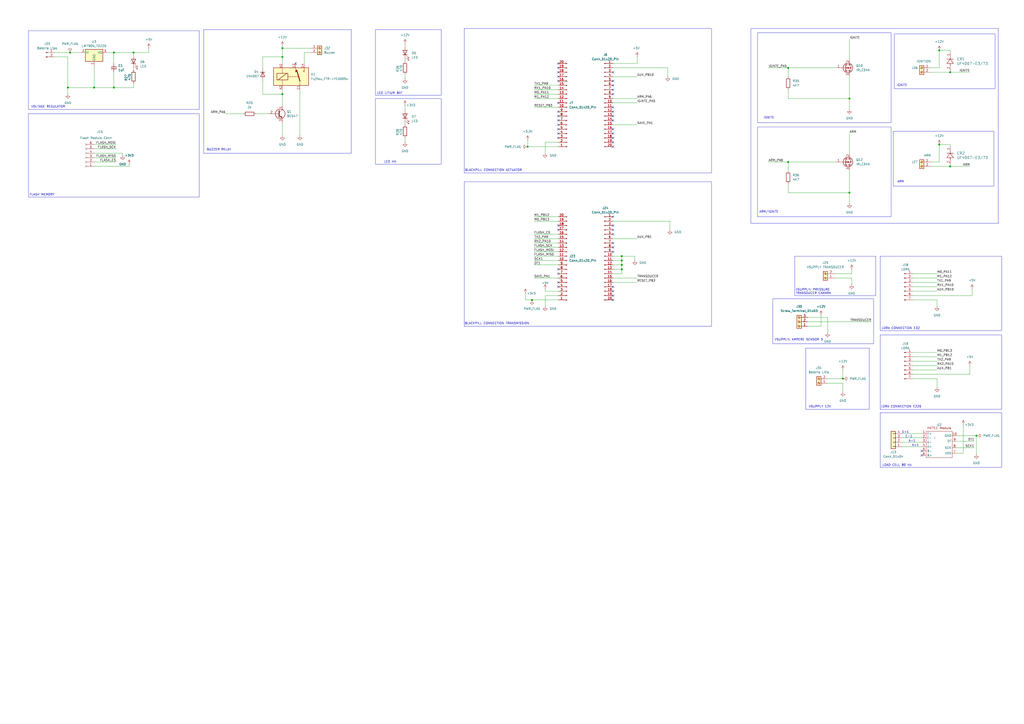
<source format=kicad_sch>
(kicad_sch (version 20250114) (generator "eeschema") (generator_version "9.0")
  (paper "A2")
  (lib_symbols
    (symbol "+5V_1" (power) (pin_numbers (hide yes)) (pin_names (offset 0) (hide yes))
      (property "Value" "+5V" (at 0 3.556 0))
      (symbol "+5V_1_1_1"
        (pin power_in line (at 0 0 90) (length 0) (name "~") (number "1"))
      )
    )
    (symbol "Connector:Conn_01x02_Pin" (pin_names (offset 1.016) (hide yes))
      (property "Reference" "J" (at 0 2.54 0))
      (property "Value" "Conn_01x02_Pin" (at 0 -5.08 0))
      (symbol "Conn_01x02_Pin_1_1"
        (pin passive line (at 5.08 0 180) (length 3.81) (name "Pin_1") (number "1"))
        (pin passive line (at 5.08 -2.54 180) (length 3.81) (name "Pin_2") (number "2"))
      )
    )
    (symbol "Connector:Conn_01x06_Socket" (pin_names (offset 1.016) (hide yes))
      (property "Reference" "J" (at 0 7.62 0))
      (property "Value" "Conn_01x06_Socket" (at 0 -10.16 0))
      (symbol "Conn_01x06_Socket_1_1"
        (pin passive line (at -5.08 5.08 0) (length 3.81) (name "Pin_1") (number "1"))
        (pin passive line (at -5.08 2.54 0) (length 3.81) (name "Pin_2") (number "2"))
        (pin passive line (at -5.08 0 0) (length 3.81) (name "Pin_3") (number "3"))
        (pin passive line (at -5.08 -2.54 0) (length 3.81) (name "Pin_4") (number "4"))
        (pin passive line (at -5.08 -5.08 0) (length 3.81) (name "Pin_5") (number "5"))
        (pin passive line (at -5.08 -7.62 0) (length 3.81) (name "Pin_6") (number "6"))
      )
    )
    (symbol "Connector:Conn_01x07_Pin" (pin_names (offset 1.016) (hide yes))
      (property "Reference" "J" (at 0 10.16 0))
      (property "Value" "Conn_01x07_Pin" (at 0 -10.16 0))
      (symbol "Conn_01x07_Pin_1_1"
        (pin passive line (at 5.08 7.62 180) (length 3.81) (name "Pin_1") (number "1"))
        (pin passive line (at 5.08 5.08 180) (length 3.81) (name "Pin_2") (number "2"))
        (pin passive line (at 5.08 2.54 180) (length 3.81) (name "Pin_3") (number "3"))
        (pin passive line (at 5.08 0 180) (length 3.81) (name "Pin_4") (number "4"))
        (pin passive line (at 5.08 -2.54 180) (length 3.81) (name "Pin_5") (number "5"))
        (pin passive line (at 5.08 -5.08 180) (length 3.81) (name "Pin_6") (number "6"))
        (pin passive line (at 5.08 -7.62 180) (length 3.81) (name "Pin_7") (number "7"))
      )
    )
    (symbol "Connector:Conn_01x20_Pin" (pin_names (offset 1.016) (hide yes))
      (property "Reference" "J" (at 0 25.4 0))
      (property "Value" "Conn_01x20_Pin" (at 0 -27.94 0))
      (symbol "Conn_01x20_Pin_1_1"
        (pin passive line (at 5.08 22.86 180) (length 3.81) (name "Pin_1") (number "1"))
        (pin passive line (at 5.08 20.32 180) (length 3.81) (name "Pin_2") (number "2"))
        (pin passive line (at 5.08 17.78 180) (length 3.81) (name "Pin_3") (number "3"))
        (pin passive line (at 5.08 15.24 180) (length 3.81) (name "Pin_4") (number "4"))
        (pin passive line (at 5.08 12.7 180) (length 3.81) (name "Pin_5") (number "5"))
        (pin passive line (at 5.08 10.16 180) (length 3.81) (name "Pin_6") (number "6"))
        (pin passive line (at 5.08 7.62 180) (length 3.81) (name "Pin_7") (number "7"))
        (pin passive line (at 5.08 5.08 180) (length 3.81) (name "Pin_8") (number "8"))
        (pin passive line (at 5.08 2.54 180) (length 3.81) (name "Pin_9") (number "9"))
        (pin passive line (at 5.08 0 180) (length 3.81) (name "Pin_10") (number "10"))
        (pin passive line (at 5.08 -2.54 180) (length 3.81) (name "Pin_11") (number "11"))
        (pin passive line (at 5.08 -5.08 180) (length 3.81) (name "Pin_12") (number "12"))
        (pin passive line (at 5.08 -7.62 180) (length 3.81) (name "Pin_13") (number "13"))
        (pin passive line (at 5.08 -10.16 180) (length 3.81) (name "Pin_14") (number "14"))
        (pin passive line (at 5.08 -12.7 180) (length 3.81) (name "Pin_15") (number "15"))
        (pin passive line (at 5.08 -15.24 180) (length 3.81) (name "Pin_16") (number "16"))
        (pin passive line (at 5.08 -17.78 180) (length 3.81) (name "Pin_17") (number "17"))
        (pin passive line (at 5.08 -20.32 180) (length 3.81) (name "Pin_18") (number "18"))
        (pin passive line (at 5.08 -22.86 180) (length 3.81) (name "Pin_19") (number "19"))
        (pin passive line (at 5.08 -25.4 180) (length 3.81) (name "Pin_20") (number "20"))
      )
    )
    (symbol "Connector:Screw_Terminal_01x02" (pin_names (offset 1.016) (hide yes))
      (property "Reference" "J" (at 0 2.54 0))
      (property "Value" "Screw_Terminal_01x02" (at 0 -5.08 0))
      (symbol "Screw_Terminal_01x02_1_1"
        (pin passive line (at -5.08 0 0) (length 3.81) (name "Pin_1") (number "1"))
        (pin passive line (at -5.08 -2.54 0) (length 3.81) (name "Pin_2") (number "2"))
      )
    )
    (symbol "Connector:Screw_Terminal_01x03" (pin_names (offset 1.016) (hide yes))
      (property "Reference" "J" (at 0 5.08 0))
      (property "Value" "Screw_Terminal_01x03" (at 0 -5.08 0))
      (symbol "Screw_Terminal_01x03_1_1"
        (pin passive line (at -5.08 2.54 0) (length 3.81) (name "Pin_1") (number "1"))
        (pin passive line (at -5.08 0 0) (length 3.81) (name "Pin_2") (number "2"))
        (pin passive line (at -5.08 -2.54 0) (length 3.81) (name "Pin_3") (number "3"))
      )
    )
    (symbol "Connector_Generic:Conn_01x04" (pin_names (offset 1.016) (hide yes))
      (property "Reference" "J" (at 0 5.08 0))
      (property "Value" "Conn_01x04" (at 0 -7.62 0))
      (symbol "Conn_01x04_1_1"
        (pin passive line (at -5.08 2.54 0) (length 3.81) (name "Pin_1") (number "1"))
        (pin passive line (at -5.08 0 0) (length 3.81) (name "Pin_2") (number "2"))
        (pin passive line (at -5.08 -2.54 0) (length 3.81) (name "Pin_3") (number "3"))
        (pin passive line (at -5.08 -5.08 0) (length 3.81) (name "Pin_4") (number "4"))
      )
    )
    (symbol "Device:C_Small" (pin_numbers (hide yes)) (pin_names (offset 0.254) (hide yes))
      (property "Reference" "C" (at 0.254 1.778 0))
      (property "Value" "C_Small" (at 0.254 -2.032 0))
      (symbol "C_Small_1_1"
        (pin passive line (at 0 2.54 270) (length 2.032) (name "~") (number "1"))
        (pin passive line (at 0 -2.54 90) (length 2.032) (name "~") (number "2"))
      )
    )
    (symbol "Device:LED" (pin_numbers (hide yes)) (pin_names (offset 1.016) (hide yes))
      (property "Reference" "D" (at 0 2.54 0))
      (property "Value" "LED" (at 0 -2.54 0))
      (symbol "LED_1_1"
        (pin passive line (at -3.81 0 0) (length 2.54) (name "K") (number "1"))
        (pin passive line (at 3.81 0 180) (length 2.54) (name "A") (number "2"))
      )
    )
    (symbol "Device:R" (pin_numbers (hide yes)) (pin_names (offset 0))
      (property "Reference" "R" (at 2.032 0 90))
      (property "Value" "R" (at 0 0 90))
      (symbol "R_1_1"
        (pin passive line (at 0 3.81 270) (length 1.27) (name "~") (number "1"))
        (pin passive line (at 0 -3.81 90) (length 1.27) (name "~") (number "2"))
      )
    )
    (symbol "Diode UF4007:UF4007-E3_73" (pin_names (offset 0.254))
      (property "Reference" "CR" (at 5.08 4.445 0))
      (property "Value" "UF4007-E3/73" (at 5.08 -3.81 0))
      (symbol "UF4007-E3_73_1_1"
        (pin unspecified line (at 0 0 0) (length 2.54) (name "") (number "2"))
        (pin unspecified line (at 10.16 0 180) (length 2.54) (name "") (number "1"))
      )
      (symbol "UF4007-E3_73_1_2"
        (pin unspecified line (at 0 10.16 270) (length 2.54) (name "") (number "1"))
        (pin unspecified line (at 0 0 90) (length 2.54) (name "") (number "2"))
      )
    )
    (symbol "Diode:1N4007" (pin_numbers (hide yes)) (pin_names (hide yes))
      (property "Reference" "D" (at 0 2.54 0))
      (property "Value" "1N4007" (at 0 -2.54 0))
      (symbol "1N4007_1_1"
        (pin passive line (at -3.81 0 0) (length 2.54) (name "K") (number "1"))
        (pin passive line (at 3.81 0 180) (length 2.54) (name "A") (number "2"))
      )
    )
    (symbol "Library:HX711"
      (property "Reference" "U" (at 0 0 0))
      (symbol "HX711_1_1"
        (text "HX711 Module\n" (at 0 5.715 0) (effects (font (size 1.27 1.27))))
        (pin input line (at -10.16 2.54 0) (length 2.54) (name "E+") (number "1"))
        (pin input line (at -10.16 0 0) (length 2.54) (name "E-") (number "2"))
        (pin input line (at -10.16 -2.54 0) (length 2.54) (name "A-") (number "3"))
        (pin input line (at -10.16 -5.08 0) (length 2.54) (name "A+") (number "4"))
        (pin input line (at -10.16 -7.62 0) (length 2.54) (name "B-") (number "5"))
        (pin input line (at -10.16 -10.16 0) (length 2.54) (name "B+") (number "6"))
        (pin input line (at 10.16 1.27 180) (length 2.54) (name "GND") (number "10"))
        (pin input line (at 10.16 -1.905 180) (length 2.54) (name "DT") (number "9"))
        (pin input line (at 10.16 -5.715 180) (length 2.54) (name "SCK") (number "8"))
        (pin input line (at 10.16 -8.89 180) (length 2.54) (name "VDD") (number "7"))
      )
    )
    (symbol "Regulator_Linear:LM7905_TO220" (pin_names (offset 0.254))
      (property "Reference" "U" (at -3.81 -3.175 0))
      (property "Value" "LM7905_TO220" (at 0 -3.175 0))
      (symbol "LM7905_TO220_1_1"
        (pin power_in line (at -7.62 0 0) (length 2.54) (name "VI") (number "2"))
        (pin power_in line (at 0 7.62 270) (length 2.54) (name "GND") (number "1"))
        (pin power_out line (at 7.62 0 180) (length 2.54) (name "VO") (number "3"))
      )
    )
    (symbol "Relay:Fujitsu_FTR-LYCA005x"
      (property "Reference" "K" (at 11.43 3.81 0))
      (property "Value" "Fujitsu_FTR-LYCA005x" (at 11.43 1.27 0))
      (symbol "Fujitsu_FTR-LYCA005x_1_1"
        (pin passive line (at -5.08 7.62 270) (length 2.54) (name "~") (number "A1"))
        (pin passive line (at -5.08 -7.62 90) (length 2.54) (name "~") (number "A2"))
        (pin passive line (at 2.54 7.62 270) (length 2.54) (name "~") (number "12"))
        (pin passive line (at 5.08 -7.62 90) (length 2.54) (name "~") (number "11"))
        (pin passive line (at 7.62 7.62 270) (length 2.54) (name "~") (number "14"))
      )
    )
    (symbol "Transistor_BJT:BC547" (pin_names (offset 0) (hide yes))
      (property "Reference" "Q" (at 5.08 1.905 0))
      (property "Value" "BC547" (at 5.08 0 0))
      (symbol "BC547_1_1"
        (pin input line (at -5.08 0 0) (length 2.54) (name "B") (number "2"))
        (pin passive line (at 2.54 5.08 270) (length 2.54) (name "C") (number "1"))
        (pin passive line (at 2.54 -5.08 90) (length 2.54) (name "E") (number "3"))
      )
    )
    (symbol "Transistor_FET:IRLZ34N" (pin_names (hide yes))
      (property "Reference" "Q" (at 5.08 1.905 0))
      (property "Value" "IRLZ34N" (at 5.08 0 0))
      (symbol "IRLZ34N_1_1"
        (pin input line (at -5.08 0 0) (length 2.54) (name "G") (number "1"))
        (pin passive line (at 2.54 5.08 270) (length 2.54) (name "D") (number "2"))
        (pin passive line (at 2.54 -5.08 90) (length 2.54) (name "S") (number "3"))
      )
    )
    (symbol "power:+12V" (power) (pin_numbers (hide yes)) (pin_names (offset 0) (hide yes))
      (property "Value" "+12V" (at 0 3.556 0))
      (symbol "+12V_1_1"
        (pin power_in line (at 0 0 90) (length 0) (name "~") (number "1"))
      )
    )
    (symbol "power:+3.3V" (power) (pin_numbers (hide yes)) (pin_names (offset 0) (hide yes))
      (property "Value" "+3.3V" (at 0 3.556 0))
      (symbol "+3.3V_1_1"
        (pin power_in line (at 0 0 90) (length 0) (name "~") (number "1"))
      )
    )
    (symbol "power:+3V3" (power) (pin_numbers (hide yes)) (pin_names (offset 0) (hide yes))
      (property "Value" "+3V3" (at 0 3.556 0))
      (symbol "+3V3_1_1"
        (pin power_in line (at 0 0 90) (length 0) (name "~") (number "1"))
      )
    )
    (symbol "power:GND" (power) (pin_numbers (hide yes)) (pin_names (offset 0) (hide yes))
      (property "Value" "GND" (at 0 -3.81 0))
      (symbol "GND_1_1"
        (pin power_in line (at 0 0 270) (length 0) (name "~") (number "1"))
      )
    )
    (symbol "power:PWR_FLAG" (power) (pin_numbers (hide yes)) (pin_names (offset 0) (hide yes))
      (property "Value" "PWR_FLAG" (at 0 3.81 0))
      (symbol "PWR_FLAG_0_0"
        (pin power_out line (at 0 0 90) (length 0) (name "~") (number "1"))
      )
    )
  )
  (rectangle (start 510.54 148.59) (end 581.025 191.77))
  (rectangle (start 217.805 17.145) (end 255.905 55.245))
  (rectangle (start 518.16 76.2) (end 576.58 107.95))
  (rectangle (start 439.42 73.66) (end 516.89 125.73))
  (rectangle (start 467.36 201.93) (end 504.19 237.49))
  (rectangle (start 16.51 17.78) (end 115.57 63.5))
  (rectangle (start 269.24 105.41) (end 412.75 189.23))
  (rectangle (start 518.795 19.685) (end 577.215 51.435))
  (rectangle (start 510.54 194.31) (end 581.025 237.49))
  (rectangle (start 439.42 19.05) (end 516.89 71.12))
  (rectangle (start 448.31 173.355) (end 506.73 199.39))
  (rectangle (start 461.01 148.59) (end 508 171.45))
  (rectangle (start 510.54 239.395) (end 581.025 271.145))
  (rectangle (start 435.61 16.51) (end 579.12 129.54))
  (rectangle (start 269.24 16.51) (end 412.75 100.33))
  (rectangle (start 16.51 66.04) (end 115.57 114.3))
  (rectangle (start 527.05 78.74) (end 527.05 78.74))
  (rectangle (start 118.11 17.145) (end 203.835 88.9))
  (rectangle (start 527.05 24.13) (end 527.05 24.13))
  (rectangle (start 217.805 57.15) (end 255.905 95.25))
  (text "IGNITE\n" (at 446.024 68.326 0) (effects (font (size 1.27 1.27))))
  (text "LOAD CELL 80 Hz\n" (at 511.81 270.637 0) (effects (font (size 1.27 1.27)) (justify left bottom)))
  (text "IGNITE\n" (at 520.192 50.292 0) (effects (font (size 1.27 1.27)) (justify left bottom)))
  (text "ARM/IGNITE\n" (at 446.024 122.936 0) (effects (font (size 1.27 1.27))))
  (text "VOLTAGE REGULATOR\n\n" (at 27.94 62.992 0) (effects (font (size 1.27 1.27))))
  (text "VSUPPLY: AMPERE SENSOR 3\n\n" (at 449.326 199.898 0) (effects (font (size 1.27 1.27)) (justify left bottom)))
  (text "LED HX" (at 226.314 93.98 0) (effects (font (size 1.27 1.27))))
  (text "LORA CONNECTION E220" (at 522.732 235.966 0) (effects (font (size 1.27 1.27))))
  (text "E+1\n" (at 523.24 251.46 0) (effects (font (size 1.27 1.27)) (justify left bottom)))
  (text "A-1\n" (at 527.05 256.54 0) (effects (font (size 1.27 1.27)) (justify left bottom)))
  (text "LORA CONNECTION E32\n" (at 522.478 190.5 0) (effects (font (size 1.27 1.27))))
  (text "LED LITIUM BAT" (at 226.06 54.102 0) (effects (font (size 1.27 1.27))))
  (text "VSUPPLY 12V" (at 469.138 236.728 0) (effects (font (size 1.27 1.27)) (justify left bottom)))
  (text "BUZZER RELAY" (at 127 86.868 0) (effects (font (size 1.27 1.27))))
  (text "VSUPPLY: PRESSURE \nTRANSDUCER CAMARA" (at 461.518 170.942 0) (effects (font (size 1.27 1.27)) (justify left bottom)))
  (text "E-1" (at 525.145 254 0) (effects (font (size 1.27 1.27)) (justify left bottom)))
  (text "ARM\n" (at 520.446 106.172 0) (effects (font (size 1.27 1.27)) (justify left bottom)))
  (text "FLASH MEMORY" (at 24.384 113.03 0) (effects (font (size 1.27 1.27))))
  (text "BLACKPILL CONNECTION TRANSMISSION\n" (at 288.29 187.706 0) (effects (font (size 1.27 1.27))))
  (text "BLACKPILL CONNECTION ACTUATOR" (at 286.258 98.806 0) (effects (font (size 1.27 1.27))))
  (text "A+1\n" (at 528.955 259.08 0) (effects (font (size 1.27 1.27)) (justify left bottom)))
  (junction (at 66.04 30.48))
  (junction (at 306.07 85.09))
  (junction (at 544.83 29.21))
  (junction (at 360.68 151.13))
  (junction (at 163.83 27.94))
  (junction (at 544.83 83.82))
  (junction (at 492.76 111.76))
  (junction (at 566.42 252.73))
  (junction (at 40.64 30.48))
  (junction (at 360.68 156.21))
  (junction (at 551.18 96.52))
  (junction (at 488.95 219.6512))
  (junction (at 66.04 50.8))
  (junction (at 77.47 30.48))
  (junction (at 457.2 39.37))
  (junction (at 54.61 50.8))
  (junction (at 360.68 153.67))
  (junction (at 39.37 50.8))
  (junction (at 163.83 54.61))
  (junction (at 551.18 41.91))
  (junction (at 457.2 93.98))
  (junction (at 492.76 57.15))
  (junction (at 360.68 148.59))
  (junction (at 308.61 173.99))
  (junction (at 163.83 33.02))
  (no_connect (at 323.85 39.37))
  (no_connect (at 323.85 64.77))
  (no_connect (at 323.85 69.85))
  (no_connect (at 355.6 62.23))
  (no_connect (at 355.6 166.37))
  (no_connect (at 323.85 158.75))
  (no_connect (at 355.6 41.91))
  (no_connect (at 171.45 36.83))
  (no_connect (at 323.85 46.99))
  (no_connect (at 355.6 82.55))
  (no_connect (at 355.6 140.97))
  (no_connect (at 355.6 46.99))
  (no_connect (at 534.67 264.16))
  (no_connect (at 355.6 135.89))
  (no_connect (at 323.85 77.47))
  (no_connect (at 355.6 130.81))
  (no_connect (at 355.6 168.91))
  (no_connect (at 323.85 166.37))
  (no_connect (at 355.6 80.01))
  (no_connect (at 323.85 41.91))
  (no_connect (at 323.85 130.81))
  (no_connect (at 323.85 36.83))
  (no_connect (at 323.85 74.93))
  (no_connect (at 355.6 85.09))
  (no_connect (at 355.6 64.77))
  (no_connect (at 355.6 74.93))
  (no_connect (at 355.6 77.47))
  (no_connect (at 323.85 80.01))
  (no_connect (at 355.6 52.07))
  (no_connect (at 355.6 171.45))
  (no_connect (at 323.85 67.31))
  (no_connect (at 355.6 146.05))
  (no_connect (at 323.85 72.39))
  (no_connect (at 323.85 133.35))
  (no_connect (at 355.6 69.85))
  (no_connect (at 323.85 156.21))
  (no_connect (at 355.6 143.51))
  (no_connect (at 323.85 44.45))
  (no_connect (at 355.6 67.31))
  (no_connect (at 355.6 133.35))
  (no_connect (at 323.85 163.83))
  (no_connect (at 355.6 125.73))
  (no_connect (at 534.67 261.62))
  (no_connect (at 355.6 173.99))
  (no_connect (at 355.6 54.61))
  (no_connect (at 323.85 59.69))
  (no_connect (at 355.6 49.53))
  (wire (pts (xy 163.83 27.94) (xy 180.34 27.94)))
  (wire (pts (xy 554.99 259.715) (xy 565.15 259.715)))
  (wire (pts (xy 77.47 30.48) (xy 77.47 31.75)))
  (wire (pts (xy 492.76 44.45) (xy 492.76 57.15)))
  (wire (pts (xy 180.34 30.48) (xy 176.53 30.48)))
  (wire (pts (xy 551.18 96.52) (xy 562.61 96.52)))
  (wire (pts (xy 468.63 189.23) (xy 476.25 189.23)))
  (wire (pts (xy 40.64 30.48) (xy 46.99 30.48)))
  (wire (pts (xy 54.61 93.98) (xy 67.31 93.98)))
  (wire (pts (xy 554.99 252.73) (xy 566.42 252.73)))
  (wire (pts (xy 309.88 57.15) (xy 323.85 57.15)))
  (wire (pts (xy 468.63 186.69) (xy 505.46 186.69)))
  (wire (pts (xy 163.83 27.94) (xy 163.83 33.02)))
  (wire (pts (xy 306.07 85.09) (xy 323.85 85.09)))
  (wire (pts (xy 163.83 71.12) (xy 163.83 78.74)))
  (wire (pts (xy 551.18 40.64) (xy 551.18 41.91)))
  (wire (pts (xy 480.06 222.25) (xy 488.95 222.25)))
  (wire (pts (xy 77.47 50.8) (xy 77.47 48.26)))
  (wire (pts (xy 77.47 39.37) (xy 77.47 40.64)))
  (wire (pts (xy 355.6 57.15) (xy 369.57 57.15)))
  (wire (pts (xy 551.18 30.48) (xy 551.18 29.21)))
  (wire (pts (xy 529.59 204.47) (xy 543.56 204.47)))
  (wire (pts (xy 369.57 36.83) (xy 369.57 33.02)))
  (wire (pts (xy 494.03 158.75) (xy 494.03 156.21)))
  (wire (pts (xy 31.75 30.48) (xy 40.64 30.48)))
  (wire (pts (xy 494.03 161.29) (xy 483.87 161.29)))
  (wire (pts (xy 388.62 133.35) (xy 388.62 128.27)))
  (wire (pts (xy 355.6 148.59) (xy 360.68 148.59)))
  (wire (pts (xy 492.76 57.15) (xy 492.76 63.5)))
  (wire (pts (xy 130.81 66.04) (xy 140.97 66.04)))
  (wire (pts (xy 234.95 25.4) (xy 234.95 26.67)))
  (wire (pts (xy 558.8 246.38) (xy 558.8 262.89)))
  (wire (pts (xy 457.2 93.98) (xy 457.2 99.06)))
  (wire (pts (xy 163.83 52.07) (xy 163.83 54.61)))
  (wire (pts (xy 492.76 77.47) (xy 492.76 88.9)))
  (wire (pts (xy 309.88 135.89) (xy 323.85 135.89)))
  (wire (pts (xy 554.99 262.89) (xy 558.8 262.89)))
  (wire (pts (xy 234.95 43.18) (xy 234.95 45.72)))
  (wire (pts (xy 309.88 54.61) (xy 323.85 54.61)))
  (wire (pts (xy 355.6 72.39) (xy 369.57 72.39)))
  (wire (pts (xy 457.2 111.76) (xy 492.76 111.76)))
  (wire (pts (xy 529.59 209.55) (xy 543.56 209.55)))
  (wire (pts (xy 316.23 88.9) (xy 316.23 82.55)))
  (wire (pts (xy 163.83 33.02) (xy 163.83 36.83)))
  (wire (pts (xy 523.24 254) (xy 534.67 254)))
  (wire (pts (xy 309.88 161.29) (xy 323.85 161.29)))
  (wire (pts (xy 173.99 52.07) (xy 173.99 78.74)))
  (wire (pts (xy 529.59 212.09) (xy 543.56 212.09)))
  (wire (pts (xy 54.61 38.1) (xy 54.61 50.8)))
  (wire (pts (xy 355.6 158.75) (xy 360.68 158.75)))
  (wire (pts (xy 388.62 128.27) (xy 355.6 128.27)))
  (wire (pts (xy 554.99 255.905) (xy 565.15 255.905)))
  (wire (pts (xy 54.61 91.44) (xy 67.31 91.44)))
  (wire (pts (xy 323.85 168.91) (xy 316.23 168.91)))
  (wire (pts (xy 54.61 83.82) (xy 67.31 83.82)))
  (wire (pts (xy 551.18 83.82) (xy 544.83 83.82)))
  (wire (pts (xy 309.88 143.51) (xy 323.85 143.51)))
  (wire (pts (xy 71.12 88.9) (xy 71.12 90.17)))
  (wire (pts (xy 523.24 251.46) (xy 534.67 251.46)))
  (wire (pts (xy 360.68 158.75) (xy 360.68 156.21)))
  (wire (pts (xy 483.87 158.75) (xy 494.03 158.75)))
  (wire (pts (xy 544.83 83.82) (xy 544.83 93.98)))
  (wire (pts (xy 563.88 167.64) (xy 563.88 171.45)))
  (wire (pts (xy 529.59 158.75) (xy 543.56 158.75)))
  (wire (pts (xy 480.06 193.04) (xy 480.06 184.15)))
  (wire (pts (xy 360.68 148.59) (xy 360.68 151.13)))
  (wire (pts (xy 355.6 138.43) (xy 369.57 138.43)))
  (wire (pts (xy 309.88 151.13) (xy 323.85 151.13)))
  (wire (pts (xy 492.76 22.86) (xy 492.76 34.29)))
  (wire (pts (xy 480.06 184.15) (xy 468.63 184.15)))
  (wire (pts (xy 523.24 259.08) (xy 534.67 259.08)))
  (wire (pts (xy 544.83 29.21) (xy 544.83 39.37)))
  (wire (pts (xy 309.88 62.23) (xy 323.85 62.23)))
  (wire (pts (xy 234.95 80.01) (xy 234.95 82.55)))
  (wire (pts (xy 562.61 212.09) (xy 562.61 217.17)))
  (wire (pts (xy 309.88 153.67) (xy 323.85 153.67)))
  (wire (pts (xy 309.88 52.07) (xy 323.85 52.07)))
  (wire (pts (xy 529.59 207.01) (xy 543.56 207.01)))
  (wire (pts (xy 309.88 146.05) (xy 323.85 146.05)))
  (wire (pts (xy 316.23 168.91) (xy 316.23 167.64)))
  (wire (pts (xy 306.07 81.28) (xy 306.07 85.09)))
  (wire (pts (xy 163.83 54.61) (xy 163.83 60.96)))
  (wire (pts (xy 368.3 151.13) (xy 368.3 148.59)))
  (wire (pts (xy 309.88 138.43) (xy 323.85 138.43)))
  (wire (pts (xy 77.47 30.48) (xy 86.36 30.48)))
  (wire (pts (xy 66.04 30.48) (xy 77.47 30.48)))
  (wire (pts (xy 152.4 46.99) (xy 152.4 54.61)))
  (wire (pts (xy 355.6 161.29) (xy 369.57 161.29)))
  (wire (pts (xy 551.18 95.25) (xy 551.18 96.52)))
  (wire (pts (xy 543.56 173.99) (xy 543.56 177.8)))
  (wire (pts (xy 309.88 125.73) (xy 323.85 125.73)))
  (wire (pts (xy 54.61 96.52) (xy 74.93 96.52)))
  (wire (pts (xy 148.59 66.04) (xy 156.21 66.04)))
  (wire (pts (xy 355.6 44.45) (xy 369.57 44.45)))
  (wire (pts (xy 355.6 156.21) (xy 360.68 156.21)))
  (wire (pts (xy 86.36 27.94) (xy 86.36 30.48)))
  (wire (pts (xy 494.03 165.1) (xy 494.03 161.29)))
  (wire (pts (xy 551.18 41.91) (xy 562.61 41.91)))
  (wire (pts (xy 152.4 54.61) (xy 163.83 54.61)))
  (wire (pts (xy 234.95 60.96) (xy 234.95 63.5)))
  (wire (pts (xy 176.53 30.48) (xy 176.53 36.83)))
  (wire (pts (xy 54.61 50.8) (xy 66.04 50.8)))
  (wire (pts (xy 529.59 219.71) (xy 543.56 219.71)))
  (wire (pts (xy 309.88 140.97) (xy 323.85 140.97)))
  (wire (pts (xy 308.61 173.99) (xy 323.85 173.99)))
  (wire (pts (xy 476.25 182.88) (xy 476.25 189.23)))
  (wire (pts (xy 368.3 148.59) (xy 360.68 148.59)))
  (wire (pts (xy 539.75 96.52) (xy 551.18 96.52)))
  (wire (pts (xy 457.2 106.68) (xy 457.2 111.76)))
  (wire (pts (xy 566.42 252.73) (xy 566.42 263.525)))
  (wire (pts (xy 360.68 153.67) (xy 360.68 156.21)))
  (wire (pts (xy 309.88 49.53) (xy 323.85 49.53)))
  (wire (pts (xy 539.75 39.37) (xy 544.83 39.37)))
  (wire (pts (xy 163.83 26.67) (xy 163.83 27.94)))
  (wire (pts (xy 360.68 151.13) (xy 360.68 153.67)))
  (wire (pts (xy 529.59 161.29) (xy 543.56 161.29)))
  (wire (pts (xy 66.04 50.8) (xy 77.47 50.8)))
  (wire (pts (xy 529.59 217.17) (xy 562.61 217.17)))
  (wire (pts (xy 529.59 171.45) (xy 563.88 171.45)))
  (wire (pts (xy 304.8 173.99) (xy 308.61 173.99)))
  (wire (pts (xy 488.95 222.25) (xy 488.95 227.33)))
  (wire (pts (xy 54.61 86.36) (xy 67.31 86.36)))
  (wire (pts (xy 457.2 57.15) (xy 492.76 57.15)))
  (wire (pts (xy 316.23 82.55) (xy 323.85 82.55)))
  (wire (pts (xy 54.61 88.9) (xy 71.12 88.9)))
  (wire (pts (xy 316.23 177.8) (xy 316.23 171.45)))
  (wire (pts (xy 445.77 93.98) (xy 457.2 93.98)))
  (wire (pts (xy 445.77 39.37) (xy 457.2 39.37)))
  (wire (pts (xy 316.23 171.45) (xy 323.85 171.45)))
  (wire (pts (xy 39.37 33.02) (xy 39.37 50.8)))
  (wire (pts (xy 355.6 59.69) (xy 369.57 59.69)))
  (wire (pts (xy 66.04 30.48) (xy 66.04 36.83)))
  (wire (pts (xy 480.06 219.71) (xy 488.95 219.71)))
  (wire (pts (xy 543.56 219.71) (xy 543.56 224.79)))
  (wire (pts (xy 39.37 50.8) (xy 54.61 50.8)))
  (wire (pts (xy 387.35 44.45) (xy 387.35 39.37)))
  (wire (pts (xy 529.59 168.91) (xy 543.56 168.91)))
  (wire (pts (xy 31.75 33.02) (xy 39.37 33.02)))
  (wire (pts (xy 529.59 173.99) (xy 543.56 173.99)))
  (wire (pts (xy 387.35 39.37) (xy 355.6 39.37)))
  (wire (pts (xy 309.88 128.27) (xy 323.85 128.27)))
  (wire (pts (xy 457.2 39.37) (xy 457.2 44.45)))
  (wire (pts (xy 62.23 30.48) (xy 66.04 30.48)))
  (wire (pts (xy 529.59 214.63) (xy 543.56 214.63)))
  (wire (pts (xy 457.2 93.98) (xy 485.14 93.98)))
  (wire (pts (xy 539.75 93.98) (xy 544.83 93.98)))
  (wire (pts (xy 152.4 33.02) (xy 163.83 33.02)))
  (wire (pts (xy 523.24 256.54) (xy 534.67 256.54)))
  (wire (pts (xy 492.76 111.76) (xy 492.76 118.11)))
  (wire (pts (xy 360.68 151.13) (xy 355.6 151.13)))
  (wire (pts (xy 488.95 219.6512) (xy 488.95 214.63)))
  (wire (pts (xy 355.6 163.83) (xy 369.57 163.83)))
  (wire (pts (xy 457.2 39.37) (xy 485.14 39.37)))
  (wire (pts (xy 152.4 39.37) (xy 152.4 33.02)))
  (wire (pts (xy 234.95 34.29) (xy 234.95 35.56)))
  (wire (pts (xy 234.95 71.12) (xy 234.95 72.39)))
  (wire (pts (xy 539.75 41.91) (xy 551.18 41.91)))
  (wire (pts (xy 304.8 170.18) (xy 304.8 173.99)))
  (wire (pts (xy 529.59 163.83) (xy 543.56 163.83)))
  (wire (pts (xy 355.6 36.83) (xy 369.57 36.83)))
  (wire (pts (xy 66.04 41.91) (xy 66.04 50.8)))
  (wire (pts (xy 529.59 166.37) (xy 543.56 166.37)))
  (wire (pts (xy 74.93 96.52) (xy 74.93 95.25)))
  (wire (pts (xy 355.6 153.67) (xy 360.68 153.67)))
  (wire (pts (xy 551.18 29.21) (xy 544.83 29.21)))
  (wire (pts (xy 492.76 99.06) (xy 492.76 111.76)))
  (wire (pts (xy 39.37 50.8) (xy 39.37 54.61)))
  (wire (pts (xy 551.18 85.09) (xy 551.18 83.82)))
  (wire (pts (xy 309.88 148.59) (xy 323.85 148.59)))
  (wire (pts (xy 457.2 52.07) (xy 457.2 57.15)))
  (wire (pts (xy 488.95 219.71) (xy 488.95 219.6512)))
  (label "FLASH_MISO" (at 309.88 148.59 0))
  (label "RX1_PA10" (at 543.56 166.37 0))
  (label "ARM" (at 562.61 96.52 180))
  (label "AUX_PB1" (at 543.56 214.63 0))
  (label "IGINTE_PA5" (at 369.57 59.69 0))
  (label "SCK1" (at 565.15 259.715 180))
  (label "IGNITE" (at 492.76 22.86 0))
  (label "RX2_PA10" (at 309.88 140.97 0))
  (label "TRANSDUCER" (at 369.57 161.29 0))
  (label "FLASH_MOSI" (at 67.31 83.82 180))
  (label "FLASH_MOSI" (at 309.88 146.05 0))
  (label "AUX_PB10" (at 543.56 168.91 0))
  (label "ARM_PA6" (at 445.77 93.98 0))
  (label "M1_PA12" (at 543.56 161.29 0))
  (label "SCK1" (at 309.88 151.13 0))
  (label "FLASH_SCK" (at 309.88 143.51 0))
  (label "RX2_PA10" (at 543.56 212.09 0))
  (label "DT1" (at 565.15 255.905 180))
  (label "SAVE_PA1" (at 369.57 72.39 0))
  (label "M0_PA11" (at 543.56 158.75 0))
  (label "ARM_PA6" (at 369.57 57.15 0))
  (label "FLASH_MISO" (at 67.31 91.44 180))
  (label "M1_PA12" (at 309.88 57.15 0))
  (label "M1_PB12" (at 543.56 207.01 0))
  (label "M1_PB12" (at 309.88 125.73 0))
  (label "TX1_PA9" (at 543.56 163.83 0))
  (label "AUX_PB10" (at 369.57 44.45 0))
  (label "M0_PB13" (at 543.56 204.47 0))
  (label "M0_PB13" (at 309.88 128.27 0))
  (label "RX1_PA10" (at 309.88 52.07 0))
  (label "TX1_PA9" (at 309.88 49.53 0))
  (label "SAVE_PA1" (at 309.88 161.29 0))
  (label "ARM_PA6" (at 130.81 66.04 180))
  (label "M0_PA11" (at 309.88 54.61 0))
  (label "ARM" (at 492.76 77.47 0))
  (label "RESET_PB3" (at 309.88 62.23 0))
  (label "DT1" (at 309.88 153.67 0))
  (label "RESET_PB3" (at 369.57 163.83 0))
  (label "IGINTE_PA5" (at 445.77 39.37 0))
  (label "TX2_PA9" (at 543.56 209.55 0))
  (label "FLASH_CS" (at 309.88 135.89 0))
  (label "FLASH_CS" (at 67.31 93.98 180))
  (label "AUX_PB1" (at 369.57 138.43 0))
  (label "TRANSDUCER" (at 505.46 186.69 180))
  (label "FLASH_SCK" (at 67.31 86.36 180))
  (label "TX2_PA9" (at 309.88 138.43 0))
  (label "IGNITE" (at 562.61 41.91 180))
  (symbol (lib_id "Device:R") (at 234.95 76.2 180) (unit 1)
    (property "Reference" "R28" (at 230.632 76.708 90))
    (property "Value" "470" (at 232.664 76.454 90))
    (property "Footprint" "Resistor_SMD:R_0805_2012Metric" (effects (hide yes)))
    (property "Description" "Resistor" (effects (hide yes)))
  )
  (symbol (lib_id "Diode UF4007:UF4007-E3_73") (at 551.18 95.25 90) (unit 1)
    (property "Reference" "CR2" (at 554.99 88.8999 90) (effects (font (size 1.524 1.524)) (justify right)))
    (property "Value" "UF4007-E3/73" (at 554.99 91.4399 90) (effects (font (size 1.524 1.524)) (justify right)))
    (property "Footprint" "Diode_THT:D_A-405_P12.70mm_Horizontal" (effects (hide yes)))
    (property "Datasheet" "UF4007-E3/73" (effects (hide yes)))
  )
  (symbol (lib_id "power:+12V") (at 544.83 29.21 0) (unit 1)
    (property "Reference" "#PWR076" (effects (hide yes)))
    (property "Value" "+12V" (at 544.83 24.13 0))
    (property "Description" "Power symbol creates a global label with name \"+12V\"" (effects (hide yes)))
  )
  (symbol (lib_id "Connector:Conn_01x20_Pin") (at 350.52 148.59 0) (unit 1)
    (property "Reference" "J24" (at 351.155 120.65 0))
    (property "Value" "Conn_01x20_Pin" (at 351.155 123.19 0))
    (property "Footprint" "Connector_PinSocket_2.54mm:PinSocket_1x20_P2.54mm_Vertical" (effects (hide yes)))
    (property "Description" "Generic connector, single row, 01x20, script generated" (effects (hide yes)))
  )
  (symbol (lib_id "power:GND") (at 480.06 193.04 0) (mirror y) (unit 1)
    (property "Reference" "#PWR061" (effects (hide yes)))
    (property "Value" "GND" (at 480.06 198.12 0))
  )
  (symbol (lib_id "power:+12V") (at 234.95 25.4 0) (unit 1)
    (property "Reference" "#PWR08" (effects (hide yes)))
    (property "Value" "+12V" (at 234.95 20.32 0))
    (property "Description" "Power symbol creates a global label with name \"+12V\"" (effects (hide yes)))
  )
  (symbol (lib_id "power:PWR_FLAG") (at 308.61 173.99 180) (unit 1)
    (property "Reference" "#FLG010" (effects (hide yes)))
    (property "Value" "PWR_FLAG" (at 308.61 179.07 0))
    (property "Description" "Special symbol for telling ERC where power comes from" (effects (hide yes)))
  )
  (symbol (lib_id "Library:HX711") (at 544.83 254 0) (unit 1)
    (property "Reference" "U2" (at 544.83 246.38 0))
    (property "Value" "~" (at 542.29 254 0))
    (property "Footprint" "Library:hx711" (effects (hide yes)))
  )
  (symbol (lib_id "power:PWR_FLAG") (at 488.95 219.6512 270) (unit 1)
    (property "Reference" "#FLG09" (effects (hide yes)))
    (property "Value" "PWR_FLAG" (at 492.76 219.6511 90) (effects (justify left)))
    (property "Description" "Special symbol for telling ERC where power comes from" (effects (hide yes)))
  )
  (symbol (lib_id "Connector:Screw_Terminal_01x02") (at 534.67 93.98 0) (mirror y) (unit 1)
    (property "Reference" "J27" (at 532.384 93.98 0) (effects (justify left)))
    (property "Value" "ARM" (at 540.004 90.17 0) (effects (justify left)))
    (property "Footprint" "Library:Screw Terminal 3D" (effects (hide yes)))
  )
  (symbol (lib_id "Connector:Conn_01x20_Pin") (at 328.93 151.13 180) (unit 1)
    (property "Reference" "J23" (at 330.2 148.5899 0) (effects (justify right)))
    (property "Value" "Conn_01x20_Pin" (at 330.2 151.1299 0) (effects (justify right)))
    (property "Footprint" "Connector_PinSocket_2.54mm:PinSocket_1x20_P2.54mm_Vertical" (effects (hide yes)))
    (property "Description" "Generic connector, single row, 01x20, script generated" (effects (hide yes)))
  )
  (symbol (lib_id "Regulator_Linear:LM7905_TO220") (at 54.61 30.48 0) (mirror x) (unit 1)
    (property "Reference" "U3" (at 54.61 24.13 0))
    (property "Value" "LM7905_TO220" (at 54.61 26.67 0))
    (property "Footprint" "Package_TO_SOT_THT:TO-220-3_Vertical" (effects (hide yes)))
    (property "Datasheet" "https://www.onsemi.com/pub/Collateral/MC7900-D.PDF" (effects (hide yes)))
    (property "Description" "Negative 1A 35V Linear Regulator, Fixed Output 5V, TO-220" (effects (hide yes)))
  )
  (symbol (lib_id "Device:LED") (at 234.95 67.31 90) (unit 1)
    (property "Reference" "D7" (at 238.76 67.6274 90) (effects (justify right)))
    (property "Value" "LED" (at 238.76 70.1674 90) (effects (justify right)))
    (property "Footprint" "LED_THT:LED_D5.0mm" (effects (hide yes)))
    (property "Description" "Light emitting diode" (effects (hide yes)))
    (property "Sim.Pins" "1=K 2=A" (effects (hide yes)))
  )
  (symbol (lib_id "Connector:Conn_01x06_Socket") (at 49.53 91.44 180) (unit 1)
    (property "Reference" "J15" (at 57.912 76.454 0))
    (property "Value" "Flash Module Conn" (at 55.626 80.01 0))
    (property "Footprint" "Connector_PinSocket_2.54mm:PinSocket_1x06_P2.54mm_Vertical" (effects (hide yes)))
    (property "Description" "Generic connector, single row, 01x06, script generated" (effects (hide yes)))
  )
  (symbol (lib_id "power:GND") (at 368.3 151.13 0) (unit 1)
    (property "Reference" "#PWR044" (effects (hide yes)))
    (property "Value" "GND" (at 370.84 152.3999 0) (effects (justify left)))
    (property "Description" "Power symbol creates a global label with name \"GND\" , ground" (effects (hide yes)))
  )
  (symbol (lib_id "power:+12V") (at 488.95 214.63 0) (unit 1)
    (property "Reference" "#PWR075" (effects (hide yes)))
    (property "Value" "+12V" (at 488.95 209.55 0))
    (property "Description" "Power symbol creates a global label with name \"+12V\"" (effects (hide yes)))
  )
  (symbol (lib_id "Device:R") (at 77.47 44.45 180) (unit 1)
    (property "Reference" "R27" (at 73.152 44.958 90))
    (property "Value" "470" (at 75.184 44.704 90))
    (property "Footprint" "Resistor_SMD:R_0805_2012Metric" (effects (hide yes)))
    (property "Description" "Resistor" (effects (hide yes)))
  )
  (symbol (lib_id "power:GND") (at 316.23 88.9 0) (unit 1)
    (property "Reference" "#PWR032" (effects (hide yes)))
    (property "Value" "GND" (at 318.77 90.1699 0) (effects (justify left)))
    (property "Description" "Power symbol creates a global label with name \"GND\" , ground" (effects (hide yes)))
  )
  (symbol (lib_id "power:GND") (at 163.83 78.74 0) (unit 1)
    (property "Reference" "#PWR05" (effects (hide yes)))
    (property "Value" "GND" (at 163.83 83.82 0))
    (property "Description" "Power symbol creates a global label with name \"GND\" , ground" (effects (hide yes)))
  )
  (symbol (lib_id "power:GND") (at 71.12 90.17 0) (unit 1)
    (property "Reference" "#PWR073" (effects (hide yes)))
    (property "Value" "GND" (at 71.12 95.25 0))
    (property "Description" "Power symbol creates a global label with name \"GND\" , ground" (effects (hide yes)))
  )
  (symbol (lib_id "Connector_Generic:Conn_01x04") (at 518.16 256.54 180) (unit 1)
    (property "Reference" "J13" (at 518.16 262.255 0))
    (property "Value" "Conn_01x04" (at 518.16 264.795 0))
    (property "Footprint" "TerminalBlock:TerminalBlock_bornier-4_P5.08mm" (effects (hide yes)))
  )
  (symbol (lib_id "power:GND") (at 316.23 177.8 0) (unit 1)
    (property "Reference" "#PWR038" (effects (hide yes)))
    (property "Value" "GND" (at 318.77 179.0699 0) (effects (justify left)))
    (property "Description" "Power symbol creates a global label with name \"GND\" , ground" (effects (hide yes)))
  )
  (symbol (lib_id "Connector:Conn_01x02_Pin") (at 26.67 30.48 0) (unit 1)
    (property "Reference" "J33" (at 27.305 25.4 0))
    (property "Value" "Bateria Lipo" (at 27.305 27.94 0))
    (property "Footprint" "Library:Screw Terminal 3D" (effects (hide yes)))
    (property "Description" "Generic connector, single row, 01x02, script generated" (effects (hide yes)))
  )
  (symbol (lib_name "+5V_1") (lib_id "power:+5V") (at 563.88 167.64 0) (unit 1)
    (property "Reference" "#PWR025" (effects (hide yes)))
    (property "Value" "+5V" (at 563.88 162.56 0))
    (property "Description" "Power symbol creates a global label with name \"+5V\"" (effects (hide yes)))
  )
  (symbol (lib_id "power:GND") (at 388.62 133.35 0) (unit 1)
    (property "Reference" "#PWR040" (effects (hide yes)))
    (property "Value" "GND" (at 391.16 134.6199 0) (effects (justify left)))
    (property "Description" "Power symbol creates a global label with name \"GND\" , ground" (effects (hide yes)))
  )
  (symbol (lib_id "power:GND") (at 488.95 227.33 0) (unit 1)
    (property "Reference" "#PWR078" (effects (hide yes)))
    (property "Value" "GND" (at 488.95 232.41 0))
    (property "Description" "Power symbol creates a global label with name \"GND\" , ground" (effects (hide yes)))
  )
  (symbol (lib_id "power:GND") (at 492.76 118.11 0) (unit 1)
    (property "Reference" "#PWR010" (effects (hide yes)))
    (property "Value" "GND" (at 492.76 123.19 0))
    (property "Description" "Power symbol creates a global label with name \"GND\" , ground" (effects (hide yes)))
  )
  (symbol (lib_id "power:+3V3") (at 234.95 60.96 0) (unit 1)
    (property "Reference" "#PWR045" (effects (hide yes)))
    (property "Value" "+3V3" (at 235.712 60.96 0) (effects (justify left)))
    (property "Description" "Power symbol creates a global label with name \"+3V3\"" (effects (hide yes)))
  )
  (symbol (lib_id "power:+3.3V") (at 306.07 81.28 0) (unit 1)
    (property "Reference" "#PWR01" (effects (hide yes)))
    (property "Value" "+3.3V" (at 306.07 76.2 0))
    (property "Description" "Power symbol creates a global label with name \"+3.3V\"" (effects (hide yes)))
  )
  (symbol (lib_id "Device:R") (at 457.2 102.87 180) (unit 1)
    (property "Reference" "R36" (at 459.74 101.5999 0) (effects (justify right)))
    (property "Value" "4K7" (at 459.74 104.1399 0) (effects (justify right)))
    (property "Footprint" "Resistor_SMD:R_0805_2012Metric" (effects (hide yes)))
    (property "Description" "Resistor" (effects (hide yes)))
  )
  (symbol (lib_id "Diode:1N4007") (at 152.4 43.18 270) (unit 1)
    (property "Reference" "D4" (at 147.32 41.656 90) (effects (justify left)))
    (property "Value" "1N4007" (at 142.748 44.196 90) (effects (justify left)))
    (property "Footprint" "Diode_THT:D_DO-41_SOD81_P10.16mm_Horizontal" (effects (hide yes)))
    (property "Datasheet" "http://www.vishay.com/docs/88503/1n4001.pdf" (effects (hide yes)))
    (property "Description" "1000V 1A General Purpose Rectifier Diode, DO-41" (effects (hide yes)))
    (property "Sim.Device" "D" (effects (hide yes)))
    (property "Sim.Pins" "1=K 2=A" (effects (hide yes)))
  )
  (symbol (lib_id "power:PWR_FLAG") (at 566.42 252.73 270) (unit 1)
    (property "Reference" "#FLG03" (effects (hide yes)))
    (property "Value" "PWR_FLAG" (at 570.23 252.7299 90) (effects (justify left)))
    (property "Description" "Special symbol for telling ERC where power comes from" (effects (hide yes)))
  )
  (symbol (lib_id "power:GND") (at 494.03 165.1 0) (mirror y) (unit 1)
    (property "Reference" "#PWR042" (effects (hide yes)))
    (property "Value" "GND" (at 494.03 170.18 0))
  )
  (symbol (lib_id "Connector:Screw_Terminal_01x02") (at 474.98 222.25 180) (unit 1)
    (property "Reference" "J31" (at 474.98 213.36 0))
    (property "Value" "Bateria Lítio" (at 474.98 215.9 0))
    (property "Footprint" "Library:Screw Terminal 3D" (effects (hide yes)))
    (property "Description" "Generic screw terminal, single row, 01x02, script generated (kicad-library-utils/schlib/autogen/connector/)" (effects (hide yes)))
  )
  (symbol (lib_id "power:GND") (at 543.56 177.8 0) (unit 1)
    (property "Reference" "#PWR028" (effects (hide yes)))
    (property "Value" "GND" (at 543.56 182.88 0))
    (property "Description" "Power symbol creates a global label with name \"GND\" , ground" (effects (hide yes)))
  )
  (symbol (lib_id "Transistor_FET:IRLZ34N") (at 490.22 93.98 0) (unit 1)
    (property "Reference" "Q12" (at 496.57 92.7099 0) (effects (justify left)))
    (property "Value" "IRLZ34N" (at 496.57 95.2499 0) (effects (justify left)))
    (property "Footprint" "Package_TO_SOT_THT:TO-220-3_Vertical" (effects (hide yes)))
    (property "Datasheet" "http://www.infineon.com/dgdl/irlz34npbf.pdf?fileId=5546d462533600a40153567206892720" (effects (hide yes)))
    (property "Description" "30A Id, 55V Vds, 35mOhm Rds, N-Channel HEXFET Power MOSFET, TO-220AB" (effects (hide yes)))
  )
  (symbol (lib_id "Connector:Screw_Terminal_01x02") (at 185.42 27.94 0) (unit 1)
    (property "Reference" "J32" (at 187.96 27.9399 0) (effects (justify left)))
    (property "Value" "Buzzer" (at 187.96 30.4799 0) (effects (justify left)))
    (property "Footprint" "Library:Screw Terminal 3D" (effects (hide yes)))
    (property "Description" "Generic screw terminal, single row, 01x02, script generated (kicad-library-utils/schlib/autogen/connector/)" (effects (hide yes)))
  )
  (symbol (lib_id "Connector:Conn_01x07_Pin") (at 524.51 166.37 0) (unit 1)
    (property "Reference" "J18" (at 525.145 153.67 0))
    (property "Value" "LORA" (at 525.145 156.21 0))
    (property "Footprint" "Connector_PinSocket_2.54mm:PinSocket_1x07_P2.54mm_Vertical" (effects (hide yes)))
    (property "Description" "Generic connector, single row, 01x07, script generated" (effects (hide yes)))
  )
  (symbol (lib_id "power:+12V") (at 163.83 26.67 0) (unit 1)
    (property "Reference" "#PWR06" (effects (hide yes)))
    (property "Value" "+12V" (at 163.83 21.59 0))
    (property "Description" "Power symbol creates a global label with name \"+12V\"" (effects (hide yes)))
  )
  (symbol (lib_id "power:GND") (at 492.76 63.5 0) (unit 1)
    (property "Reference" "#PWR03" (effects (hide yes)))
    (property "Value" "GND" (at 492.76 68.58 0))
    (property "Description" "Power symbol creates a global label with name \"GND\" , ground" (effects (hide yes)))
  )
  (symbol (lib_id "Diode UF4007:UF4007-E3_73") (at 551.18 40.64 90) (unit 1)
    (property "Reference" "CR1" (at 554.99 34.2899 90) (effects (font (size 1.524 1.524)) (justify right)))
    (property "Value" "UF4007-E3/73" (at 554.99 36.8299 90) (effects (font (size 1.524 1.524)) (justify right)))
    (property "Footprint" "Diode_THT:D_A-405_P12.70mm_Horizontal" (effects (hide yes)))
    (property "Datasheet" "UF4007-E3/73" (effects (hide yes)))
  )
  (symbol (lib_name "+5V_1") (lib_id "power:+5V") (at 562.61 212.09 0) (unit 1)
    (property "Reference" "#PWR026" (effects (hide yes)))
    (property "Value" "+5V" (at 562.61 207.01 0))
    (property "Description" "Power symbol creates a global label with name \"+5V\"" (effects (hide yes)))
  )
  (symbol (lib_id "power:PWR_FLAG") (at 306.07 85.09 90) (unit 1)
    (property "Reference" "#FLG07" (effects (hide yes)))
    (property "Value" "PWR_FLAG" (at 302.26 85.0899 90) (effects (justify left)))
    (property "Description" "Special symbol for telling ERC where power comes from" (effects (hide yes)))
  )
  (symbol (lib_id "power:+12V") (at 494.03 156.21 0) (unit 1)
    (property "Reference" "#PWR041" (effects (hide yes)))
    (property "Value" "+12V" (at 494.03 151.13 0))
    (property "Description" "Power symbol creates a global label with name \"+12V\"" (effects (hide yes)))
  )
  (symbol (lib_id "power:GND") (at 543.56 224.79 0) (unit 1)
    (property "Reference" "#PWR033" (effects (hide yes)))
    (property "Value" "GND" (at 543.56 229.87 0))
    (property "Description" "Power symbol creates a global label with name \"GND\" , ground" (effects (hide yes)))
  )
  (symbol (lib_id "Device:LED") (at 77.47 35.56 90) (unit 1)
    (property "Reference" "D6" (at 81.28 35.8774 90) (effects (justify right)))
    (property "Value" "LED" (at 81.28 38.4174 90) (effects (justify right)))
    (property "Footprint" "LED_THT:LED_D5.0mm" (effects (hide yes)))
    (property "Description" "Light emitting diode" (effects (hide yes)))
    (property "Sim.Pins" "1=K 2=A" (effects (hide yes)))
  )
  (symbol (lib_id "Connector:Screw_Terminal_01x02") (at 478.79 161.29 180) (unit 1)
    (property "Reference" "J25" (at 478.79 152.4 0))
    (property "Value" "VSUPPLY TRANSDUCER" (at 478.79 154.94 0))
    (property "Footprint" "Library:Screw Terminal 3D" (effects (hide yes)))
    (property "Description" "Generic screw terminal, single row, 01x02, script generated (kicad-library-utils/schlib/autogen/connector/)" (effects (hide yes)))
  )
  (symbol (lib_id "power:GND") (at 234.95 82.55 0) (mirror y) (unit 1)
    (property "Reference" "#PWR058" (effects (hide yes)))
    (property "Value" "GND" (at 234.95 87.63 0))
  )
  (symbol (lib_id "Device:R") (at 457.2 48.26 180) (unit 1)
    (property "Reference" "R35" (at 459.74 46.9899 0) (effects (justify right)))
    (property "Value" "4K7" (at 459.74 49.5299 0) (effects (justify right)))
    (property "Footprint" "Resistor_SMD:R_0805_2012Metric" (effects (hide yes)))
    (property "Description" "Resistor" (effects (hide yes)))
  )
  (symbol (lib_id "Connector:Screw_Terminal_01x03") (at 463.55 186.69 180) (unit 1)
    (property "Reference" "J30" (at 463.55 177.8 0))
    (property "Value" "Screw_Terminal_01x03" (at 463.55 180.34 0))
    (property "Footprint" "Library:KT100-3PIN" (effects (hide yes)))
    (property "Description" "Generic screw terminal, single row, 01x03, script generated (kicad-library-utils/schlib/autogen/connector/)" (effects (hide yes)))
  )
  (symbol (lib_id "Connector:Conn_01x20_Pin") (at 350.52 59.69 0) (unit 1)
    (property "Reference" "J6" (at 351.155 31.75 0))
    (property "Value" "Conn_01x20_Pin" (at 351.155 34.29 0))
    (property "Footprint" "Connector_PinSocket_2.54mm:PinSocket_1x20_P2.54mm_Vertical" (effects (hide yes)))
    (property "Description" "Generic connector, single row, 01x20, script generated" (effects (hide yes)))
  )
  (symbol (lib_id "Device:LED") (at 234.95 30.48 90) (unit 1)
    (property "Reference" "D5" (at 238.76 30.7974 90) (effects (justify right)))
    (property "Value" "LED" (at 238.76 33.3374 90) (effects (justify right)))
    (property "Footprint" "LED_THT:LED_D5.0mm" (effects (hide yes)))
    (property "Description" "Light emitting diode" (effects (hide yes)))
    (property "Sim.Pins" "1=K 2=A" (effects (hide yes)))
  )
  (symbol (lib_id "Device:C_Small") (at 66.04 39.37 0) (unit 1)
    (property "Reference" "C1" (at 68.58 38.1062 0) (effects (justify left)))
    (property "Value" "1uF" (at 68.58 40.6462 0) (effects (justify left)))
    (property "Footprint" "Capacitor_THT:CP_Radial_D4.0mm_P1.50mm" (effects (hide yes)))
    (property "Description" "Unpolarized capacitor, small symbol" (effects (hide yes)))
  )
  (symbol (lib_id "Relay:Fujitsu_FTR-LYCA005x") (at 168.91 44.45 0) (unit 1)
    (property "Reference" "K1" (at 180.34 43.1799 0) (effects (justify left)))
    (property "Value" "Fujitsu_FTR-LYCA005x" (at 180.34 45.7199 0) (effects (justify left)))
    (property "Footprint" "Relay_THT:Relay_SPDT_Finder_36.11" (effects (hide yes)))
    (property "Datasheet" "https://www.fujitsu.com/sg/imagesgig5/ftr-ly.pdf" (effects (hide yes)))
    (property "Description" "Relay, SPDT Form C, vertical mount, 5-60V coil, 6A, 250VAC, 28 x 5 x 15mm" (effects (hide yes)))
  )
  (symbol (lib_id "Transistor_FET:IRLZ34N") (at 490.22 39.37 0) (unit 1)
    (property "Reference" "Q10" (at 496.57 38.0999 0) (effects (justify left)))
    (property "Value" "IRLZ34N" (at 496.57 40.6399 0) (effects (justify left)))
    (property "Footprint" "Package_TO_SOT_THT:TO-220-3_Vertical" (effects (hide yes)))
    (property "Datasheet" "http://www.infineon.com/dgdl/irlz34npbf.pdf?fileId=5546d462533600a40153567206892720" (effects (hide yes)))
    (property "Description" "30A Id, 55V Vds, 35mOhm Rds, N-Channel HEXFET Power MOSFET, TO-220AB" (effects (hide yes)))
  )
  (symbol (lib_id "Connector:Conn_01x07_Pin") (at 524.51 212.09 0) (unit 1)
    (property "Reference" "J19" (at 525.145 199.39 0))
    (property "Value" "LORA" (at 525.145 201.93 0))
    (property "Footprint" "Connector_PinSocket_2.54mm:PinSocket_1x07_P2.54mm_Vertical" (effects (hide yes)))
    (property "Description" "Generic connector, single row, 01x07, script generated" (effects (hide yes)))
  )
  (symbol (lib_id "Device:R") (at 234.95 39.37 180) (unit 1)
    (property "Reference" "R26" (at 230.632 39.878 90))
    (property "Value" "470" (at 232.664 39.624 90))
    (property "Footprint" "Resistor_SMD:R_0805_2012Metric" (effects (hide yes)))
    (property "Description" "Resistor" (effects (hide yes)))
  )
  (symbol (lib_name "+5V_1") (lib_id "power:+5V") (at 86.36 27.94 0) (unit 1)
    (property "Reference" "#PWR07" (effects (hide yes)))
    (property "Value" "+5V" (at 86.36 22.86 0))
    (property "Description" "Power symbol creates a global label with name \"+5V\"" (effects (hide yes)))
  )
  (symbol (lib_id "power:GND") (at 234.95 45.72 0) (mirror y) (unit 1)
    (property "Reference" "#PWR057" (effects (hide yes)))
    (property "Value" "GND" (at 234.95 50.8 0))
  )
  (symbol (lib_id "power:GND") (at 173.99 78.74 0) (unit 1)
    (property "Reference" "#PWR09" (effects (hide yes)))
    (property "Value" "GND" (at 173.99 83.82 0))
    (property "Description" "Power symbol creates a global label with name \"GND\" , ground" (effects (hide yes)))
  )
  (symbol (lib_id "power:+3V3") (at 304.8 170.18 0) (unit 1)
    (property "Reference" "#PWR039" (effects (hide yes)))
    (property "Value" "+3V3" (at 305.562 170.18 0) (effects (justify left)))
    (property "Description" "Power symbol creates a global label with name \"+3V3\"" (effects (hide yes)))
  )
  (symbol (lib_id "power:+12V") (at 476.25 182.88 0) (unit 1)
    (property "Reference" "#PWR060" (effects (hide yes)))
    (property "Value" "+12V" (at 476.25 177.8 0))
    (property "Description" "Power symbol creates a global label with name \"+12V\"" (effects (hide yes)))
  )
  (symbol (lib_id "Connector:Conn_01x20_Pin") (at 328.93 62.23 180) (unit 1)
    (property "Reference" "J7" (at 330.2 59.6899 0) (effects (justify right)))
    (property "Value" "Conn_01x20_Pin" (at 330.2 62.2299 0) (effects (justify right)))
    (property "Footprint" "Connector_PinSocket_2.54mm:PinSocket_1x20_P2.54mm_Vertical" (effects (hide yes)))
    (property "Description" "Generic connector, single row, 01x20, script generated" (effects (hide yes)))
  )
  (symbol (lib_id "power:GND") (at 387.35 44.45 0) (unit 1)
    (property "Reference" "#PWR030" (effects (hide yes)))
    (property "Value" "GND" (at 389.89 45.7199 0) (effects (justify left)))
    (property "Description" "Power symbol creates a global label with name \"GND\" , ground" (effects (hide yes)))
  )
  (symbol (lib_id "Transistor_BJT:BC547") (at 161.29 66.04 0) (unit 1)
    (property "Reference" "Q1" (at 166.37 64.7699 0) (effects (justify left)))
    (property "Value" "BC547" (at 166.37 67.3099 0) (effects (justify left)))
    (property "Footprint" "Package_TO_SOT_THT:TO-92_Inline" (effects (hide yes)))
    (property "Datasheet" "https://www.onsemi.com/pub/Collateral/BC550-D.pdf" (effects (hide yes)))
    (property "Description" "0.1A Ic, 45V Vce, Small Signal NPN Transistor, TO-92" (effects (hide yes)))
  )
  (symbol (lib_id "Device:R") (at 144.78 66.04 90) (unit 1)
    (property "Reference" "R25" (at 144.78 59.69 90))
    (property "Value" "2k" (at 144.78 62.23 90))
    (property "Footprint" "Resistor_SMD:R_0805_2012Metric" (effects (hide yes)))
    (property "Description" "Resistor" (effects (hide yes)))
  )
  (symbol (lib_name "+5V_1") (lib_id "power:+5V") (at 369.57 33.02 0) (unit 1)
    (property "Reference" "#PWR027" (effects (hide yes)))
    (property "Value" "+5V" (at 369.062 27.94 0))
    (property "Description" "Power symbol creates a global label with name \"+5V\"" (effects (hide yes)))
  )
  (symbol (lib_id "power:+3V3") (at 74.93 95.25 0) (unit 1)
    (property "Reference" "#PWR068" (effects (hide yes)))
    (property "Value" "+3V3" (at 74.93 90.17 0))
    (property "Description" "Power symbol creates a global label with name \"+3V3\"" (effects (hide yes)))
  )
  (symbol (lib_name "+5V_1") (lib_id "power:+5V") (at 316.23 167.64 0) (unit 1)
    (property "Reference" "#PWR029" (effects (hide yes)))
    (property "Value" "+5V" (at 316.23 164.084 0))
    (property "Description" "Power symbol creates a global label with name \"+5V\"" (effects (hide yes)))
  )
  (symbol (lib_id "power:PWR_FLAG") (at 40.64 30.48 0) (unit 1)
    (property "Reference" "#FLG06" (effects (hide yes)))
    (property "Value" "PWR_FLAG" (at 40.64 25.4 0))
    (property "Description" "Special symbol for telling ERC where power comes from" (effects (hide yes)))
  )
  (symbol (lib_id "power:GND") (at 566.42 263.525 0) (unit 1)
    (property "Reference" "#PWR02" (effects (hide yes)))
    (property "Value" "GND" (at 566.42 268.605 0))
  )
  (symbol (lib_id "power:+12V") (at 544.83 83.82 0) (unit 1)
    (property "Reference" "#PWR077" (effects (hide yes)))
    (property "Value" "+12V" (at 544.83 78.74 0))
    (property "Description" "Power symbol creates a global label with name \"+12V\"" (effects (hide yes)))
  )
  (symbol (lib_id "power:GND") (at 39.37 54.61 0) (mirror y) (unit 1)
    (property "Reference" "#PWR055" (effects (hide yes)))
    (property "Value" "GND" (at 39.37 59.69 0))
  )
  (symbol (lib_id "Connector:Screw_Terminal_01x02") (at 534.67 39.37 0) (mirror y) (unit 1)
    (property "Reference" "J26" (at 532.384 39.37 0) (effects (justify left)))
    (property "Value" "IGNITION" (at 540.004 35.56 0) (effects (justify left)))
    (property "Footprint" "Library:Screw Terminal 3D" (effects (hide yes)))
  )
  (symbol (lib_id "power:+3V3") (at 558.8 246.38 0) (unit 1)
    (property "Reference" "#PWR043" (effects (hide yes)))
    (property "Value" "+3V3" (at 559.562 246.38 0) (effects (justify left)))
    (property "Description" "Power symbol creates a global label with name \"+3V3\"" (effects (hide yes)))
  )
)
</source>
